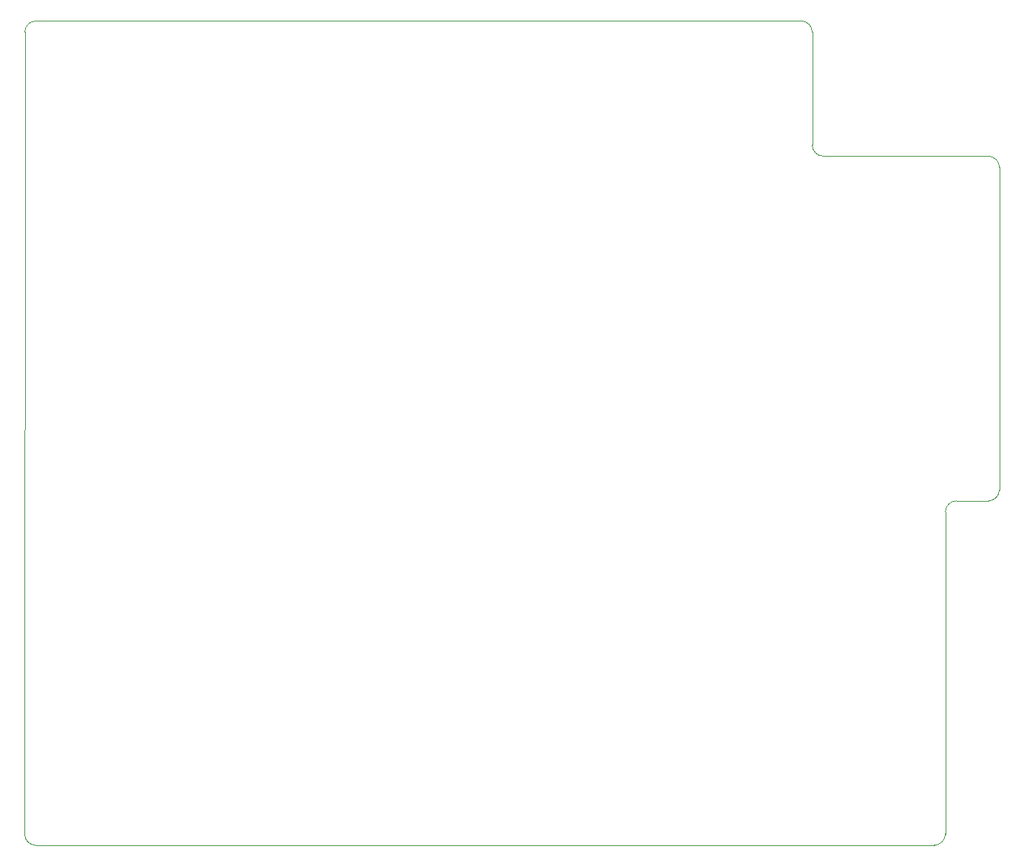
<source format=gbr>
G04 #@! TF.GenerationSoftware,KiCad,Pcbnew,(5.1.2)-2*
G04 #@! TF.CreationDate,2020-12-30T16:59:35+00:00*
G04 #@! TF.ProjectId,Greaseweazle F1 Gotek Rev 2,47726561-7365-4776-9561-7a6c65204631,2*
G04 #@! TF.SameCoordinates,PX6312cb0PY6bcb370*
G04 #@! TF.FileFunction,Profile,NP*
%FSLAX46Y46*%
G04 Gerber Fmt 4.6, Leading zero omitted, Abs format (unit mm)*
G04 Created by KiCad (PCBNEW (5.1.2)-2) date 2020-12-30 16:59:35*
%MOMM*%
%LPD*%
G04 APERTURE LIST*
%ADD10C,0.050000*%
G04 APERTURE END LIST*
D10*
X101694000Y19939000D02*
X98044000Y19939000D01*
X96774000Y18669000D02*
X96774000Y-18237200D01*
X96774000Y-18237200D02*
G75*
G02X95504000Y-19507200I-1270000J0D01*
G01*
X95504000Y-19507200D02*
X-7391400Y-19507200D01*
X82804000Y59436000D02*
G75*
G02X81534000Y60706000I0J1270000D01*
G01*
X101694000Y59436000D02*
X82804000Y59436000D01*
X81534000Y73652000D02*
X81534000Y60706000D01*
X80264000Y74930025D02*
G75*
G02X81534000Y73652000I0J-1270025D01*
G01*
X96774000Y18669000D02*
G75*
G02X98044000Y19939000I1270000J0D01*
G01*
X102964000Y21209000D02*
G75*
G02X101694000Y19939000I-1270000J0D01*
G01*
X-7391400Y-19507200D02*
G75*
G02X-8661400Y-18237200I0J1270000D01*
G01*
X101694000Y59436000D02*
G75*
G02X102964000Y58166000I0J-1270000D01*
G01*
X-8636000Y73660000D02*
G75*
G02X-7366000Y74930000I1270000J0D01*
G01*
X102964000Y58166000D02*
X102964000Y21209000D01*
X-7366000Y74930000D02*
X80264000Y74930025D01*
X-8636000Y73660000D02*
X-8661400Y-18237200D01*
M02*

</source>
